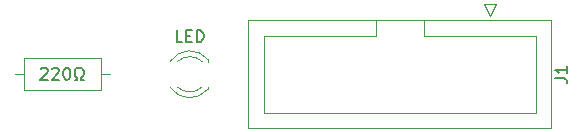
<source format=gto>
%TF.GenerationSoftware,KiCad,Pcbnew,(5.1.10-1-10_14)*%
%TF.CreationDate,2021-11-08T19:14:52+08:00*%
%TF.ProjectId,Pragmatic,50726167-6d61-4746-9963-2e6b69636164,rev?*%
%TF.SameCoordinates,Original*%
%TF.FileFunction,Legend,Top*%
%TF.FilePolarity,Positive*%
%FSLAX46Y46*%
G04 Gerber Fmt 4.6, Leading zero omitted, Abs format (unit mm)*
G04 Created by KiCad (PCBNEW (5.1.10-1-10_14)) date 2021-11-08 19:14:52*
%MOMM*%
%LPD*%
G01*
G04 APERTURE LIST*
%ADD10C,0.120000*%
%ADD11C,0.150000*%
%ADD12C,0.381000*%
%ADD13C,4.900000*%
%ADD14C,1.800000*%
%ADD15C,1.700000*%
%ADD16O,1.600000X1.600000*%
%ADD17C,1.600000*%
%ADD18R,1.800000X1.800000*%
G04 APERTURE END LIST*
D10*
X117570000Y-42645000D02*
X117570000Y-39905000D01*
X117570000Y-39905000D02*
X111030000Y-39905000D01*
X111030000Y-39905000D02*
X111030000Y-42645000D01*
X111030000Y-42645000D02*
X117570000Y-42645000D01*
X118340000Y-41275000D02*
X117570000Y-41275000D01*
X110260000Y-41275000D02*
X111030000Y-41275000D01*
X155705000Y-36715000D02*
X155705000Y-45835000D01*
X155705000Y-45835000D02*
X130045000Y-45835000D01*
X130045000Y-45835000D02*
X130045000Y-36715000D01*
X130045000Y-36715000D02*
X155705000Y-36715000D01*
X144925000Y-36715000D02*
X144925000Y-38025000D01*
X144925000Y-38025000D02*
X154405000Y-38025000D01*
X154405000Y-38025000D02*
X154405000Y-44525000D01*
X154405000Y-44525000D02*
X131345000Y-44525000D01*
X131345000Y-44525000D02*
X131345000Y-38025000D01*
X131345000Y-38025000D02*
X140825000Y-38025000D01*
X140825000Y-38025000D02*
X140825000Y-38025000D01*
X140825000Y-38025000D02*
X140825000Y-36715000D01*
X150495000Y-36325000D02*
X150995000Y-35325000D01*
X150995000Y-35325000D02*
X149995000Y-35325000D01*
X149995000Y-35325000D02*
X150495000Y-36325000D01*
X126655000Y-42511000D02*
X126655000Y-42355000D01*
X126655000Y-40195000D02*
X126655000Y-40039000D01*
X124053870Y-40195163D02*
G75*
G02*
X126135961Y-40195000I1041130J-1079837D01*
G01*
X124053870Y-42354837D02*
G75*
G03*
X126135961Y-42355000I1041130J1079837D01*
G01*
X123422665Y-40196392D02*
G75*
G02*
X126655000Y-40039484I1672335J-1078608D01*
G01*
X123422665Y-42353608D02*
G75*
G03*
X126655000Y-42510516I1672335J1078608D01*
G01*
D11*
X112490476Y-40822619D02*
X112538095Y-40775000D01*
X112633333Y-40727380D01*
X112871428Y-40727380D01*
X112966666Y-40775000D01*
X113014285Y-40822619D01*
X113061904Y-40917857D01*
X113061904Y-41013095D01*
X113014285Y-41155952D01*
X112442857Y-41727380D01*
X113061904Y-41727380D01*
X113442857Y-40822619D02*
X113490476Y-40775000D01*
X113585714Y-40727380D01*
X113823809Y-40727380D01*
X113919047Y-40775000D01*
X113966666Y-40822619D01*
X114014285Y-40917857D01*
X114014285Y-41013095D01*
X113966666Y-41155952D01*
X113395238Y-41727380D01*
X114014285Y-41727380D01*
X114633333Y-40727380D02*
X114728571Y-40727380D01*
X114823809Y-40775000D01*
X114871428Y-40822619D01*
X114919047Y-40917857D01*
X114966666Y-41108333D01*
X114966666Y-41346428D01*
X114919047Y-41536904D01*
X114871428Y-41632142D01*
X114823809Y-41679761D01*
X114728571Y-41727380D01*
X114633333Y-41727380D01*
X114538095Y-41679761D01*
X114490476Y-41632142D01*
X114442857Y-41536904D01*
X114395238Y-41346428D01*
X114395238Y-41108333D01*
X114442857Y-40917857D01*
X114490476Y-40822619D01*
X114538095Y-40775000D01*
X114633333Y-40727380D01*
X115347619Y-41727380D02*
X115585714Y-41727380D01*
X115585714Y-41536904D01*
X115490476Y-41489285D01*
X115395238Y-41394047D01*
X115347619Y-41251190D01*
X115347619Y-41013095D01*
X115395238Y-40870238D01*
X115490476Y-40775000D01*
X115633333Y-40727380D01*
X115823809Y-40727380D01*
X115966666Y-40775000D01*
X116061904Y-40870238D01*
X116109523Y-41013095D01*
X116109523Y-41251190D01*
X116061904Y-41394047D01*
X115966666Y-41489285D01*
X115871428Y-41536904D01*
X115871428Y-41727380D01*
X116109523Y-41727380D01*
X156047380Y-41608333D02*
X156761666Y-41608333D01*
X156904523Y-41655952D01*
X156999761Y-41751190D01*
X157047380Y-41894047D01*
X157047380Y-41989285D01*
X157047380Y-40608333D02*
X157047380Y-41179761D01*
X157047380Y-40894047D02*
X156047380Y-40894047D01*
X156190238Y-40989285D01*
X156285476Y-41084523D01*
X156333095Y-41179761D01*
X124452142Y-38552380D02*
X123975952Y-38552380D01*
X123975952Y-37552380D01*
X124785476Y-38028571D02*
X125118809Y-38028571D01*
X125261666Y-38552380D02*
X124785476Y-38552380D01*
X124785476Y-37552380D01*
X125261666Y-37552380D01*
X125690238Y-38552380D02*
X125690238Y-37552380D01*
X125928333Y-37552380D01*
X126071190Y-37600000D01*
X126166428Y-37695238D01*
X126214047Y-37790476D01*
X126261666Y-37980952D01*
X126261666Y-38123809D01*
X126214047Y-38314285D01*
X126166428Y-38409523D01*
X126071190Y-38504761D01*
X125928333Y-38552380D01*
X125690238Y-38552380D01*
%LPC*%
D12*
X67189047Y-41789047D02*
X67189047Y-39249047D01*
X68156666Y-39249047D01*
X68398571Y-39370000D01*
X68519523Y-39490952D01*
X68640476Y-39732857D01*
X68640476Y-40095714D01*
X68519523Y-40337619D01*
X68398571Y-40458571D01*
X68156666Y-40579523D01*
X67189047Y-40579523D01*
X69729047Y-41789047D02*
X69729047Y-40095714D01*
X69729047Y-40579523D02*
X69850000Y-40337619D01*
X69970952Y-40216666D01*
X70212857Y-40095714D01*
X70454761Y-40095714D01*
X72390000Y-41789047D02*
X72390000Y-40458571D01*
X72269047Y-40216666D01*
X72027142Y-40095714D01*
X71543333Y-40095714D01*
X71301428Y-40216666D01*
X72390000Y-41668095D02*
X72148095Y-41789047D01*
X71543333Y-41789047D01*
X71301428Y-41668095D01*
X71180476Y-41426190D01*
X71180476Y-41184285D01*
X71301428Y-40942380D01*
X71543333Y-40821428D01*
X72148095Y-40821428D01*
X72390000Y-40700476D01*
X74688095Y-40095714D02*
X74688095Y-42151904D01*
X74567142Y-42393809D01*
X74446190Y-42514761D01*
X74204285Y-42635714D01*
X73841428Y-42635714D01*
X73599523Y-42514761D01*
X74688095Y-41668095D02*
X74446190Y-41789047D01*
X73962380Y-41789047D01*
X73720476Y-41668095D01*
X73599523Y-41547142D01*
X73478571Y-41305238D01*
X73478571Y-40579523D01*
X73599523Y-40337619D01*
X73720476Y-40216666D01*
X73962380Y-40095714D01*
X74446190Y-40095714D01*
X74688095Y-40216666D01*
X75897619Y-41789047D02*
X75897619Y-40095714D01*
X75897619Y-40337619D02*
X76018571Y-40216666D01*
X76260476Y-40095714D01*
X76623333Y-40095714D01*
X76865238Y-40216666D01*
X76986190Y-40458571D01*
X76986190Y-41789047D01*
X76986190Y-40458571D02*
X77107142Y-40216666D01*
X77349047Y-40095714D01*
X77711904Y-40095714D01*
X77953809Y-40216666D01*
X78074761Y-40458571D01*
X78074761Y-41789047D01*
X80372857Y-41789047D02*
X80372857Y-40458571D01*
X80251904Y-40216666D01*
X80010000Y-40095714D01*
X79526190Y-40095714D01*
X79284285Y-40216666D01*
X80372857Y-41668095D02*
X80130952Y-41789047D01*
X79526190Y-41789047D01*
X79284285Y-41668095D01*
X79163333Y-41426190D01*
X79163333Y-41184285D01*
X79284285Y-40942380D01*
X79526190Y-40821428D01*
X80130952Y-40821428D01*
X80372857Y-40700476D01*
X81219523Y-40095714D02*
X82187142Y-40095714D01*
X81582380Y-39249047D02*
X81582380Y-41426190D01*
X81703333Y-41668095D01*
X81945238Y-41789047D01*
X82187142Y-41789047D01*
X83033809Y-41789047D02*
X83033809Y-40095714D01*
X83033809Y-39249047D02*
X82912857Y-39370000D01*
X83033809Y-39490952D01*
X83154761Y-39370000D01*
X83033809Y-39249047D01*
X83033809Y-39490952D01*
X85331904Y-41668095D02*
X85090000Y-41789047D01*
X84606190Y-41789047D01*
X84364285Y-41668095D01*
X84243333Y-41547142D01*
X84122380Y-41305238D01*
X84122380Y-40579523D01*
X84243333Y-40337619D01*
X84364285Y-40216666D01*
X84606190Y-40095714D01*
X85090000Y-40095714D01*
X85331904Y-40216666D01*
D13*
X114300000Y-76200000D03*
D14*
X108800000Y-76200000D03*
X119800000Y-76200000D03*
D15*
X119380000Y-76200000D03*
X109220000Y-76200000D03*
D13*
X152400000Y-152400000D03*
D14*
X146900000Y-152400000D03*
X157900000Y-152400000D03*
D15*
X157480000Y-152400000D03*
X147320000Y-152400000D03*
D13*
X95250000Y-57150000D03*
D14*
X89750000Y-57150000D03*
X100750000Y-57150000D03*
D15*
X100330000Y-57150000D03*
X90170000Y-57150000D03*
D13*
X76200000Y-57150000D03*
D14*
X70700000Y-57150000D03*
X81700000Y-57150000D03*
D15*
X81280000Y-57150000D03*
X71120000Y-57150000D03*
D13*
X133350000Y-133350000D03*
D14*
X127850000Y-133350000D03*
X138850000Y-133350000D03*
D15*
X138430000Y-133350000D03*
X128270000Y-133350000D03*
D13*
X114300000Y-133350000D03*
D14*
X108800000Y-133350000D03*
X119800000Y-133350000D03*
D15*
X119380000Y-133350000D03*
X109220000Y-133350000D03*
D13*
X152400000Y-114300000D03*
D14*
X146900000Y-114300000D03*
X157900000Y-114300000D03*
D15*
X157480000Y-114300000D03*
X147320000Y-114300000D03*
D13*
X133350000Y-152400000D03*
D14*
X127850000Y-152400000D03*
X138850000Y-152400000D03*
D15*
X138430000Y-152400000D03*
X128270000Y-152400000D03*
D13*
X114300000Y-152400000D03*
D14*
X108800000Y-152400000D03*
X119800000Y-152400000D03*
D15*
X119380000Y-152400000D03*
X109220000Y-152400000D03*
D13*
X95250000Y-152400000D03*
D14*
X89750000Y-152400000D03*
X100750000Y-152400000D03*
D15*
X100330000Y-152400000D03*
X90170000Y-152400000D03*
D13*
X76200000Y-152400000D03*
D14*
X70700000Y-152400000D03*
X81700000Y-152400000D03*
D15*
X81280000Y-152400000D03*
X71120000Y-152400000D03*
D13*
X57150000Y-152400000D03*
D14*
X51650000Y-152400000D03*
X62650000Y-152400000D03*
D15*
X62230000Y-152400000D03*
X52070000Y-152400000D03*
D13*
X152400000Y-133350000D03*
D14*
X146900000Y-133350000D03*
X157900000Y-133350000D03*
D15*
X157480000Y-133350000D03*
X147320000Y-133350000D03*
D13*
X95250000Y-133350000D03*
D14*
X89750000Y-133350000D03*
X100750000Y-133350000D03*
D15*
X100330000Y-133350000D03*
X90170000Y-133350000D03*
D13*
X76200000Y-133350000D03*
D14*
X70700000Y-133350000D03*
X81700000Y-133350000D03*
D15*
X81280000Y-133350000D03*
X71120000Y-133350000D03*
D13*
X57150000Y-133350000D03*
D14*
X51650000Y-133350000D03*
X62650000Y-133350000D03*
D15*
X62230000Y-133350000D03*
X52070000Y-133350000D03*
D13*
X133350000Y-114300000D03*
D14*
X127850000Y-114300000D03*
X138850000Y-114300000D03*
D15*
X138430000Y-114300000D03*
X128270000Y-114300000D03*
D13*
X114300000Y-114300000D03*
D14*
X108800000Y-114300000D03*
X119800000Y-114300000D03*
D15*
X119380000Y-114300000D03*
X109220000Y-114300000D03*
D13*
X95250000Y-114300000D03*
D14*
X89750000Y-114300000D03*
X100750000Y-114300000D03*
D15*
X100330000Y-114300000D03*
X90170000Y-114300000D03*
D13*
X76200000Y-114300000D03*
D14*
X70700000Y-114300000D03*
X81700000Y-114300000D03*
D15*
X81280000Y-114300000D03*
X71120000Y-114300000D03*
D13*
X57150000Y-114300000D03*
D14*
X51650000Y-114300000D03*
X62650000Y-114300000D03*
D15*
X62230000Y-114300000D03*
X52070000Y-114300000D03*
D13*
X152400000Y-95250000D03*
D14*
X146900000Y-95250000D03*
X157900000Y-95250000D03*
D15*
X157480000Y-95250000D03*
X147320000Y-95250000D03*
D13*
X133350000Y-95250000D03*
D14*
X127850000Y-95250000D03*
X138850000Y-95250000D03*
D15*
X138430000Y-95250000D03*
X128270000Y-95250000D03*
D13*
X114300000Y-95250000D03*
D14*
X108800000Y-95250000D03*
X119800000Y-95250000D03*
D15*
X119380000Y-95250000D03*
X109220000Y-95250000D03*
D13*
X95250000Y-95250000D03*
D14*
X89750000Y-95250000D03*
X100750000Y-95250000D03*
D15*
X100330000Y-95250000D03*
X90170000Y-95250000D03*
D13*
X76200000Y-95250000D03*
D14*
X70700000Y-95250000D03*
X81700000Y-95250000D03*
D15*
X81280000Y-95250000D03*
X71120000Y-95250000D03*
D13*
X57150000Y-95250000D03*
D14*
X51650000Y-95250000D03*
X62650000Y-95250000D03*
D15*
X62230000Y-95250000D03*
X52070000Y-95250000D03*
D13*
X152400000Y-76200000D03*
D14*
X146900000Y-76200000D03*
X157900000Y-76200000D03*
D15*
X157480000Y-76200000D03*
X147320000Y-76200000D03*
D13*
X133350000Y-76200000D03*
D14*
X127850000Y-76200000D03*
X138850000Y-76200000D03*
D15*
X138430000Y-76200000D03*
X128270000Y-76200000D03*
D13*
X95250000Y-76200000D03*
D14*
X89750000Y-76200000D03*
X100750000Y-76200000D03*
D15*
X100330000Y-76200000D03*
X90170000Y-76200000D03*
D13*
X76200000Y-76200000D03*
D14*
X70700000Y-76200000D03*
X81700000Y-76200000D03*
D15*
X81280000Y-76200000D03*
X71120000Y-76200000D03*
D13*
X57150000Y-76200000D03*
D14*
X51650000Y-76200000D03*
X62650000Y-76200000D03*
D15*
X62230000Y-76200000D03*
X52070000Y-76200000D03*
D13*
X152400000Y-57150000D03*
D14*
X146900000Y-57150000D03*
X157900000Y-57150000D03*
D15*
X157480000Y-57150000D03*
X147320000Y-57150000D03*
D13*
X133350000Y-57150000D03*
D14*
X127850000Y-57150000D03*
X138850000Y-57150000D03*
D15*
X138430000Y-57150000D03*
X128270000Y-57150000D03*
D13*
X114300000Y-57150000D03*
D14*
X108800000Y-57150000D03*
X119800000Y-57150000D03*
D15*
X119380000Y-57150000D03*
X109220000Y-57150000D03*
D13*
X57150000Y-57150000D03*
D14*
X51650000Y-57150000D03*
X62650000Y-57150000D03*
D15*
X62230000Y-57150000D03*
X52070000Y-57150000D03*
D16*
X109220000Y-41275000D03*
D17*
X119380000Y-41275000D03*
D15*
X135255000Y-42545000D03*
X137795000Y-42545000D03*
X140335000Y-42545000D03*
X142875000Y-42545000D03*
X145415000Y-42545000D03*
X147955000Y-42545000D03*
X150495000Y-42545000D03*
X135255000Y-40005000D03*
X137795000Y-40005000D03*
X140335000Y-40005000D03*
X142875000Y-40005000D03*
X145415000Y-40005000D03*
X147955000Y-40005000D03*
G36*
G01*
X149895000Y-39155000D02*
X151095000Y-39155000D01*
G75*
G02*
X151345000Y-39405000I0J-250000D01*
G01*
X151345000Y-40605000D01*
G75*
G02*
X151095000Y-40855000I-250000J0D01*
G01*
X149895000Y-40855000D01*
G75*
G02*
X149645000Y-40605000I0J250000D01*
G01*
X149645000Y-39405000D01*
G75*
G02*
X149895000Y-39155000I250000J0D01*
G01*
G37*
D14*
X123825000Y-41275000D03*
D18*
X126365000Y-41275000D03*
M02*

</source>
